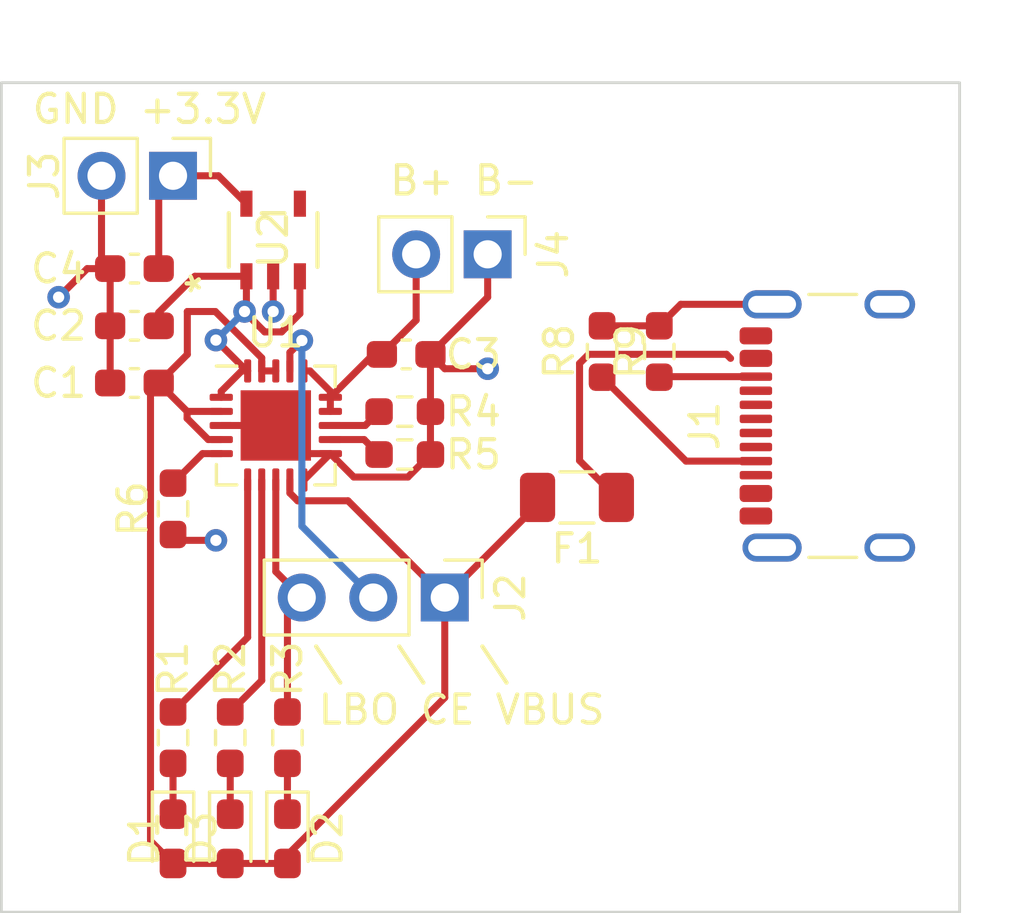
<source format=kicad_pcb>
(kicad_pcb (version 20221018) (generator pcbnew)
  (layers (0 "F.Cu" signal) (31 "B.Cu" signal) (34 "B.Paste" user) (35 "F.Paste" user) (36 "B.SilkS" user "B.Silkscreen") (37 "F.SilkS" user "F.Silkscreen") (38 "B.Mask" user) (39 "F.Mask" user) (44 "Edge.Cuts" user))
  (net 0 "")
  (net 1 "GND")
  (net 2 "/USB")
  (net 3 "Net-(U2-VIN)")
  (net 4 "/Load")
  (net 5 "Net-(D1-K)")
  (net 6 "Net-(D2-K)")
  (net 7 "Net-(D3-K)")
  (net 8 "/VBUS")
  (net 9 "Net-(J1-CC1)")
  (net 13 "Net-(J1-CC2)")
  (net 17 "/CE")
  (net 18 "/~{LBO}")
  (net 19 "Net-(U1-~{PG})")
  (net 20 "Net-(U1-STAT2)")
  (net 21 "Net-(U1-PROG1)")
  (net 22 "Net-(U1-PROG3)")
  (net 23 "Net-(U1-THERM)")
  (net 25 "Net-(J4-Pin_2)")
  (footprint "Resistor_SMD:R_0603_1608Metric_Pad0.98x0.95mm_HandSolder" (layer "F.Cu") (at 141.224 98.4485 -90)
    (fp_text reference "R3" (at -2.4365 0 90) (layer "F.SilkS"))
    (fp_text value "470")
    (fp_line (start -0.254724 -0.5225) (end 0.254724 -0.5225) (stroke (width 0.12)) (layer "F.SilkS"))
    (fp_line (start -0.254724 0.5225) (end 0.254724 0.5225) (stroke (width 0.12)) (layer "F.SilkS"))
    (pad "1" smd roundrect (at -0.9125 0 270) (size 0.975 0.95) (layers "F.Cu" "F.Paste" "F.Mask") (net 18 "/~{LBO}"))
    (pad "2" smd roundrect (at 0.9125 0 270) (size 0.975 0.95) (layers "F.Cu" "F.Paste" "F.Mask") (net 6 "Net-(D2-K)"))
  )
  (footprint "Resistor_SMD:R_0603_1608Metric_Pad0.98x0.95mm_HandSolder" (layer "F.Cu") (at 152.4 84.7325 -90)
    (fp_text reference "R9" (at 0 -1.016 90) (layer "F.SilkS"))
    (fp_text value "5.1K")
    (fp_line (start -0.254724 -0.5225) (end 0.254724 -0.5225) (stroke (width 0.12)) (layer "F.SilkS"))
    (fp_line (start -0.254724 0.5225) (end 0.254724 0.5225) (stroke (width 0.12)) (layer "F.SilkS"))
    (pad "1" smd roundrect (at -0.9125 0 270) (size 0.975 0.95) (layers "F.Cu" "F.Paste" "F.Mask") (net 1 "GND"))
    (pad "2" smd roundrect (at 0.9125 0 270) (size 0.975 0.95) (layers "F.Cu" "F.Paste" "F.Mask") (net 9 "Net-(J1-CC1)"))
  )
  (footprint "LED_SMD:LED_0603_1608Metric_Pad1.05x0.95mm_HandSolder" (layer "F.Cu") (at 139.192 102.042 -90)
    (fp_text reference "D3" (at 0 1.016 90) (layer "F.SilkS"))
    (fp_text value "LED")
    (fp_line (start -1.66 -0.735) (end -1.66 0.735) (stroke (width 0.12)) (layer "F.SilkS"))
    (fp_line (start -1.66 0.735) (end 0.8 0.735) (stroke (width 0.12)) (layer "F.SilkS"))
    (fp_line (start 0.8 -0.735) (end -1.66 -0.735) (stroke (width 0.12)) (layer "F.SilkS"))
    (pad "1" smd roundrect (at -0.875 0 270) (size 1.05 0.95) (layers "F.Cu" "F.Paste" "F.Mask") (net 7 "Net-(D3-K)"))
    (pad "2" smd roundrect (at 0.875 0 270) (size 1.05 0.95) (layers "F.Cu" "F.Paste" "F.Mask") (net 8 "/VBUS"))
  )
  (footprint "Resistor_SMD:R_0603_1608Metric_Pad0.98x0.95mm_HandSolder" (layer "F.Cu") (at 145.3915 88.392 180)
    (fp_text reference "R5" (at -2.4365 0) (layer "F.SilkS"))
    (fp_text value "8k")
    (fp_line (start -0.254724 -0.5225) (end 0.254724 -0.5225) (stroke (width 0.12)) (layer "F.SilkS"))
    (fp_line (start -0.254724 0.5225) (end 0.254724 0.5225) (stroke (width 0.12)) (layer "F.SilkS"))
    (pad "1" smd roundrect (at -0.9125 0 180) (size 0.975 0.95) (layers "F.Cu" "F.Paste" "F.Mask") (net 1 "GND"))
    (pad "2" smd roundrect (at 0.9125 0 180) (size 0.975 0.95) (layers "F.Cu" "F.Paste" "F.Mask") (net 22 "Net-(U1-PROG3)"))
  )
  (footprint "Resistor_SMD:R_0603_1608Metric_Pad0.98x0.95mm_HandSolder" (layer "F.Cu") (at 139.192 98.4485 -90)
    (fp_text reference "R2" (at -2.4365 0 90) (layer "F.SilkS"))
    (fp_text value "470")
    (fp_line (start -0.254724 -0.5225) (end 0.254724 -0.5225) (stroke (width 0.12)) (layer "F.SilkS"))
    (fp_line (start -0.254724 0.5225) (end 0.254724 0.5225) (stroke (width 0.12)) (layer "F.SilkS"))
    (pad "1" smd roundrect (at -0.9125 0 270) (size 0.975 0.95) (layers "F.Cu" "F.Paste" "F.Mask") (net 20 "Net-(U1-STAT2)"))
    (pad "2" smd roundrect (at 0.9125 0 270) (size 0.975 0.95) (layers "F.Cu" "F.Paste" "F.Mask") (net 7 "Net-(D3-K)"))
  )
  (footprint "Resistor_SMD:R_0603_1608Metric_Pad0.98x0.95mm_HandSolder" (layer "F.Cu") (at 154.432 84.7325 90)
    (fp_text reference "R8" (at 0 -3.556 90) (layer "F.SilkS"))
    (fp_text value "5.1K")
    (fp_line (start -0.254724 -0.5225) (end 0.254724 -0.5225) (stroke (width 0.12)) (layer "F.SilkS"))
    (fp_line (start -0.254724 0.5225) (end 0.254724 0.5225) (stroke (width 0.12)) (layer "F.SilkS"))
    (pad "1" smd roundrect (at -0.9125 0 90) (size 0.975 0.95) (layers "F.Cu" "F.Paste" "F.Mask") (net 13 "Net-(J1-CC2)"))
    (pad "2" smd roundrect (at 0.9125 0 90) (size 0.975 0.95) (layers "F.Cu" "F.Paste" "F.Mask") (net 1 "GND"))
  )
  (footprint "Capacitor_SMD:C_0603_1608Metric_Pad1.08x0.95mm_HandSolder" (layer "F.Cu") (at 135.7895 85.852 180)
    (fp_text reference "C1" (at 2.6935 0) (layer "F.SilkS"))
    (fp_text value "10uF")
    (fp_line (start -0.146267 -0.51) (end 0.146267 -0.51) (stroke (width 0.12)) (layer "F.SilkS"))
    (fp_line (start -0.146267 0.51) (end 0.146267 0.51) (stroke (width 0.12)) (layer "F.SilkS"))
    (pad "1" smd roundrect (at -0.8625 0 180) (size 1.075 0.95) (layers "F.Cu" "F.Paste" "F.Mask") (net 8 "/VBUS"))
    (pad "2" smd roundrect (at 0.8625 0 180) (size 1.075 0.95) (layers "F.Cu" "F.Paste" "F.Mask") (net 1 "GND"))
  )
  (footprint "Capacitor_SMD:C_0603_1608Metric_Pad1.08x0.95mm_HandSolder" (layer "F.Cu") (at 135.7895 83.82 180)
    (fp_text reference "C2" (at 2.6935 0) (layer "F.SilkS"))
    (fp_text value "4.7uF")
    (fp_line (start -0.146267 -0.51) (end 0.146267 -0.51) (stroke (width 0.12)) (layer "F.SilkS"))
    (fp_line (start -0.146267 0.51) (end 0.146267 0.51) (stroke (width 0.12)) (layer "F.SilkS"))
    (pad "1" smd roundrect (at -0.8625 0 180) (size 1.075 0.95) (layers "F.Cu" "F.Paste" "F.Mask") (net 3 "Net-(U2-VIN)"))
    (pad "2" smd roundrect (at 0.8625 0 180) (size 1.075 0.95) (layers "F.Cu" "F.Paste" "F.Mask") (net 1 "GND"))
  )
  (footprint "Resistor_SMD:R_0603_1608Metric_Pad0.98x0.95mm_HandSolder" (layer "F.Cu") (at 137.16 98.4485 -90)
    (fp_text reference "R1" (at -2.4365 0 90) (layer "F.SilkS"))
    (fp_text value "470")
    (fp_line (start -0.254724 -0.5225) (end 0.254724 -0.5225) (stroke (width 0.12)) (layer "F.SilkS"))
    (fp_line (start -0.254724 0.5225) (end 0.254724 0.5225) (stroke (width 0.12)) (layer "F.SilkS"))
    (pad "1" smd roundrect (at -0.9125 0 270) (size 0.975 0.95) (layers "F.Cu" "F.Paste" "F.Mask") (net 19 "Net-(U1-~{PG})"))
    (pad "2" smd roundrect (at 0.9125 0 270) (size 0.975 0.95) (layers "F.Cu" "F.Paste" "F.Mask") (net 5 "Net-(D1-K)"))
  )
  (footprint "Capacitor_SMD:C_0603_1608Metric_Pad1.08x0.95mm_HandSolder" (layer "F.Cu") (at 145.4415 84.836)
    (fp_text reference "C3" (at 2.3865 0) (layer "F.SilkS"))
    (fp_text value "4.7uF")
    (fp_line (start -0.146267 -0.51) (end 0.146267 -0.51) (stroke (width 0.12)) (layer "F.SilkS"))
    (fp_line (start -0.146267 0.51) (end 0.146267 0.51) (stroke (width 0.12)) (layer "F.SilkS"))
    (pad "1" smd roundrect (at -0.8625 0) (size 1.075 0.95) (layers "F.Cu" "F.Paste" "F.Mask") (net 25 "Net-(J4-Pin_2)"))
    (pad "2" smd roundrect (at 0.8625 0) (size 1.075 0.95) (layers "F.Cu" "F.Paste" "F.Mask") (net 1 "GND"))
  )
  (footprint "Package_DFN_QFN:QFN-20-1EP_4x4mm_P0.5mm_EP2.5x2.5mm" (layer "F.Cu") (at 140.8105 87.36)
    (fp_text reference "U1" (at 0 -3.3) (layer "F.SilkS"))
    (fp_text value "MCP73871-1CC")
    (fp_line (start -2.11 2.11) (end -2.11 1.385) (stroke (width 0.12)) (layer "F.SilkS"))
    (fp_line (start -1.385 -2.11) (end -2.11 -2.11) (stroke (width 0.12)) (layer "F.SilkS"))
    (fp_line (start -1.385 2.11) (end -2.11 2.11) (stroke (width 0.12)) (layer "F.SilkS"))
    (fp_line (start 1.385 -2.11) (end 2.11 -2.11) (stroke (width 0.12)) (layer "F.SilkS"))
    (fp_line (start 1.385 2.11) (end 2.11 2.11) (stroke (width 0.12)) (layer "F.SilkS"))
    (fp_line (start 2.11 -2.11) (end 2.11 -1.385) (stroke (width 0.12)) (layer "F.SilkS"))
    (fp_line (start 2.11 2.11) (end 2.11 1.385) (stroke (width 0.12)) (layer "F.SilkS"))
    (pad "1" smd roundrect (at -1.9375 -1) (size 0.825 0.25) (layers "F.Cu" "F.Paste" "F.Mask") (net 3 "Net-(U2-VIN)"))
    (pad "2" smd roundrect (at -1.9375 -0.5) (size 0.825 0.25) (layers "F.Cu" "F.Paste" "F.Mask") (net 8 "/VBUS"))
    (pad "3" smd roundrect (at -1.9375 0) (size 0.825 0.25) (layers "F.Cu" "F.Paste" "F.Mask") (net 1 "GND"))
    (pad "4" smd roundrect (at -1.9375 0.5) (size 0.825 0.25) (layers "F.Cu" "F.Paste" "F.Mask") (net 8 "/VBUS"))
    (pad "5" smd roundrect (at -1.9375 1) (size 0.825 0.25) (layers "F.Cu" "F.Paste" "F.Mask") (net 23 "Net-(U1-THERM)"))
    (pad "6" smd roundrect (at -1 1.9375) (size 0.25 0.825) (layers "F.Cu" "F.Paste" "F.Mask") (net 19 "Net-(U1-~{PG})"))
    (pad "7" smd roundrect (at -0.5 1.9375) (size 0.25 0.825) (layers "F.Cu" "F.Paste" "F.Mask") (net 20 "Net-(U1-STAT2)"))
    (pad "8" smd roundrect (at 0 1.9375) (size 0.25 0.825) (layers "F.Cu" "F.Paste" "F.Mask") (net 18 "/~{LBO}"))
    (pad "9" smd roundrect (at 0.5 1.9375) (size 0.25 0.825) (layers "F.Cu" "F.Paste" "F.Mask") (net 8 "/VBUS"))
    (pad "10" smd roundrect (at 1 1.9375) (size 0.25 0.825) (layers "F.Cu" "F.Paste" "F.Mask") (net 1 "GND"))
    (pad "11" smd roundrect (at 1.9375 1) (size 0.825 0.25) (layers "F.Cu" "F.Paste" "F.Mask") (net 1 "GND"))
    (pad "12" smd roundrect (at 1.9375 0.5) (size 0.825 0.25) (layers "F.Cu" "F.Paste" "F.Mask") (net 22 "Net-(U1-PROG3)"))
    (pad "13" smd roundrect (at 1.9375 0) (size 0.825 0.25) (layers "F.Cu" "F.Paste" "F.Mask") (net 21 "Net-(U1-PROG1)"))
    (pad "14" smd roundrect (at 1.9375 -0.5) (size 0.825 0.25) (layers "F.Cu" "F.Paste" "F.Mask") (net 25 "Net-(J4-Pin_2)"))
    (pad "15" smd roundrect (at 1.9375 -1) (size 0.825 0.25) (layers "F.Cu" "F.Paste" "F.Mask") (net 25 "Net-(J4-Pin_2)"))
    (pad "16" smd roundrect (at 1 -1.9375) (size 0.25 0.825) (layers "F.Cu" "F.Paste" "F.Mask") (net 25 "Net-(J4-Pin_2)"))
    (pad "17" smd roundrect (at 0.5 -1.9375) (size 0.25 0.825) (layers "F.Cu" "F.Paste" "F.Mask") (net 17 "/CE"))
    (pad "18" smd roundrect (at 0 -1.9375) (size 0.25 0.825) (layers "F.Cu" "F.Paste" "F.Mask") (net 8 "/VBUS"))
    (pad "19" smd roundrect (at -0.5 -1.9375) (size 0.25 0.825) (layers "F.Cu" "F.Paste" "F.Mask") (net 8 "/VBUS"))
    (pad "20" smd roundrect (at -1 -1.9375) (size 0.25 0.825) (layers "F.Cu" "F.Paste" "F.Mask") (net 3 "Net-(U2-VIN)"))
    (pad "21" smd rect (at 0 0) (size 2.5 2.5) (layers "F.Cu" "F.Mask") (net 1 "GND"))
  )
  (footprint "LED_SMD:LED_0603_1608Metric_Pad1.05x0.95mm_HandSolder" (layer "F.Cu") (at 141.224 102.042 -90)
    (fp_text reference "D2" (at 0 -1.43 90) (layer "F.SilkS"))
    (fp_text value "LED")
    (fp_line (start -1.66 -0.735) (end -1.66 0.735) (stroke (width 0.12)) (layer "F.SilkS"))
    (fp_line (start -1.66 0.735) (end 0.8 0.735) (stroke (width 0.12)) (layer "F.SilkS"))
    (fp_line (start 0.8 -0.735) (end -1.66 -0.735) (stroke (width 0.12)) (layer "F.SilkS"))
    (pad "1" smd roundrect (at -0.875 0 270) (size 1.05 0.95) (layers "F.Cu" "F.Paste" "F.Mask") (net 6 "Net-(D2-K)"))
    (pad "2" smd roundrect (at 0.875 0 270) (size 1.05 0.95) (layers "F.Cu" "F.Paste" "F.Mask") (net 8 "/VBUS"))
  )
  (footprint "charging_board:SOT-25_TOR" (layer "F.Cu") (at 140.716 80.772 90)
    (fp_text reference "U2" (at 0 0 90 unlocked) (layer "F.SilkS"))
    (fp_text value "XC6210B332MR-G")
    (fp_text user "*" (at -1.54305 -2.5248 90) (layer "F.SilkS"))
    (fp_text user "*" (at -1.54305 -2.5248 90 unlocked) (layer "F.SilkS"))
    (fp_line (start -0.9525 1.5748) (end 0.9525 1.5748) (stroke (width 0.1524)) (layer "F.SilkS"))
    (fp_line (start 0.9525 -1.5748) (end -0.9525 -1.5748) (stroke (width 0.1524)) (layer "F.SilkS"))
    (fp_line (start 0.9525 0.401361) (end 0.9525 -0.401361) (stroke (width 0.1524)) (layer "F.SilkS"))
    (pad "1" smd rect (at -1.28905 -0.950001 90) (size 0.9271 0.4318) (layers "F.Cu" "F.Paste" "F.Mask") (net 3 "Net-(U2-VIN)"))
    (pad "2" smd rect (at -1.28905 0 90) (size 0.9271 0.4318) (layers "F.Cu" "F.Paste" "F.Mask") (net 1 "GND"))
    (pad "3" smd rect (at -1.28905 0.950001 90) (size 0.9271 0.4318) (layers "F.Cu" "F.Paste" "F.Mask") (net 18 "/~{LBO}"))
    (pad "4" smd rect (at 1.28905 0.950001 90) (size 0.9271 0.4318) (layers "F.Cu" "F.Paste" "F.Mask"))
    (pad "5" smd rect (at 1.28905 -0.950001 90) (size 0.9271 0.4318) (layers "F.Cu" "F.Paste" "F.Mask") (net 4 "/Load"))
  )
  (footprint "Connector_USB:USB_C_Receptacle_GCT_USB4105-xx-A_16P_TopMnt_Horizontal" (layer "F.Cu") (at 161.544 87.376 90)
    (fp_text reference "J1" (at 0 -5.5 90 unlocked) (layer "F.SilkS"))
    (fp_text value "USB4105-GF-A")
    (fp_line (start -4.67 -0.1) (end -4.67 -1.8) (stroke (width 0.12)) (layer "F.SilkS"))
    (fp_line (start 4.67 -0.1) (end 4.67 -1.8) (stroke (width 0.12)) (layer "F.SilkS"))
    (pad "" np_thru_hole circle (at -2.89 -2.605 90) (size 0.65 0.65) (drill 0.65) (layers "F&B.Cu" "*.Mask"))
    (pad "" np_thru_hole circle (at 2.89 -2.605 90) (size 0.65 0.65) (drill 0.65) (layers "F&B.Cu" "*.Mask"))
    (pad "A1" smd roundrect (at -3.2 -3.68 90) (size 0.6 1.15) (layers "F.Cu" "F.Paste" "F.Mask"))
    (pad "A4" smd roundrect (at -2.4 -3.68 90) (size 0.6 1.15) (layers "F.Cu" "F.Paste" "F.Mask"))
    (pad "A5" smd roundrect (at -1.25 -3.68 90) (size 0.3 1.15) (layers "F.Cu" "F.Paste" "F.Mask") (net 9 "Net-(J1-CC1)"))
    (pad "A6" smd roundrect (at -0.25 -3.68 90) (size 0.3 1.15) (layers "F.Cu" "F.Paste" "F.Mask"))
    (pad "A7" smd roundrect (at 0.25 -3.68 90) (size 0.3 1.15) (layers "F.Cu" "F.Paste" "F.Mask"))
    (pad "A8" smd roundrect (at 1.25 -3.68 90) (size 0.3 1.15) (layers "F.Cu" "F.Paste" "F.Mask"))
    (pad "A9" smd roundrect (at 2.4 -3.68 90) (size 0.6 1.15) (layers "F.Cu" "F.Paste" "F.Mask"))
    (pad "A12" smd roundrect (at 3.2 -3.68 90) (size 0.6 1.15) (layers "F.Cu" "F.Paste" "F.Mask"))
    (pad "B1" smd roundrect (at 3.2 -3.68 90) (size 0.6 1.15) (layers "F.Cu" "F.Paste" "F.Mask"))
    (pad "B4" smd roundrect (at 2.4 -3.68 90) (size 0.6 1.15) (layers "F.Cu" "F.Paste" "F.Mask") (net 2 "/USB"))
    (pad "B5" smd roundrect (at 1.75 -3.68 90) (size 0.3 1.15) (layers "F.Cu" "F.Paste" "F.Mask") (net 13 "Net-(J1-CC2)"))
    (pad "B6" smd roundrect (at 0.75 -3.68 90) (size 0.3 1.15) (layers "F.Cu" "F.Paste" "F.Mask"))
    (pad "B7" smd roundrect (at -0.75 -3.68 90) (size 0.3 1.15) (layers "F.Cu" "F.Paste" "F.Mask"))
    (pad "B8" smd roundrect (at -1.75 -3.68 90) (size 0.3 1.15) (layers "F.Cu" "F.Paste" "F.Mask"))
    (pad "B9" smd roundrect (at -2.4 -3.68 90) (size 0.6 1.15) (layers "F.Cu" "F.Paste" "F.Mask"))
    (pad "B12" smd roundrect (at -3.2 -3.68 90) (size 0.6 1.15) (layers "F.Cu" "F.Paste" "F.Mask"))
    (pad "S1" thru_hole oval (at -4.32 -3.105 90) (size 1 2.1) (drill oval 0.6 1.7) (layers "*.Cu" "*.Mask" "F.Paste"))
    (pad "S1" thru_hole oval (at -4.32 1.075 90) (size 1 1.8) (drill oval 0.6 1.4) (layers "*.Cu" "*.Mask" "F.Paste"))
    (pad "S1" thru_hole oval (at 4.32 -3.105 90) (size 1 2.1) (drill oval 0.6 1.7) (layers "*.Cu" "*.Mask" "F.Paste"))
    (pad "S1" thru_hole oval (at 4.32 1.075 90) (size 1 1.8) (drill oval 0.6 1.4) (layers "*.Cu" "*.Mask" "F.Paste"))
  )
  (footprint "Connector_PinHeader_2.54mm:PinHeader_1x02_P2.54mm_Vertical" (layer "F.Cu") (at 148.336 81.28 -90)
    (fp_text reference "J4" (at 0 -2.33 90) (layer "F.SilkS"))
    (fp_text value "Battery_connector")
    (fp_line (start -1.33 -1.33) (end 0 -1.33) (stroke (width 0.12)) (layer "F.SilkS"))
    (fp_line (start -1.33 0) (end -1.33 -1.33) (stroke (width 0.12)) (layer "F.SilkS"))
    (fp_line (start -1.33 1.27) (end -1.33 3.87) (stroke (width 0.12)) (layer "F.SilkS"))
    (fp_line (start -1.33 1.27) (end 1.33 1.27) (stroke (width 0.12)) (layer "F.SilkS"))
    (fp_line (start -1.33 3.87) (end 1.33 3.87) (stroke (width 0.12)) (layer "F.SilkS"))
    (fp_line (start 1.33 1.27) (end 1.33 3.87) (stroke (width 0.12)) (layer "F.SilkS"))
    (pad "1" thru_hole rect (at 0 0 270) (size 1.7 1.7) (drill 1) (layers "*.Cu" "*.Mask") (net 1 "GND"))
    (pad "2" thru_hole oval (at 0 2.54 270) (size 1.7 1.7) (drill 1) (layers "*.Cu" "*.Mask") (net 25 "Net-(J4-Pin_2)"))
  )
  (footprint "Capacitor_SMD:C_0603_1608Metric_Pad1.08x0.95mm_HandSolder" (layer "F.Cu") (at 135.7895 81.788 180)
    (fp_text reference "C4" (at 2.6935 0) (layer "F.SilkS"))
    (fp_text value "4.7uF")
    (fp_line (start -0.146267 -0.51) (end 0.146267 -0.51) (stroke (width 0.12)) (layer "F.SilkS"))
    (fp_line (start -0.146267 0.51) (end 0.146267 0.51) (stroke (width 0.12)) (layer "F.SilkS"))
    (pad "1" smd roundrect (at -0.8625 0 180) (size 1.075 0.95) (layers "F.Cu" "F.Paste" "F.Mask") (net 4 "/Load"))
    (pad "2" smd roundrect (at 0.8625 0 180) (size 1.075 0.95) (layers "F.Cu" "F.Paste" "F.Mask") (net 1 "GND"))
  )
  (footprint "Fuse:Fuse_1206_3216Metric" (layer "F.Cu") (at 151.508 89.916 180)
    (fp_text reference "F1" (at 0 -1.82) (layer "F.SilkS"))
    (fp_text value "1A")
    (fp_line (start -0.602064 -0.91) (end 0.602064 -0.91) (stroke (width 0.12)) (layer "F.SilkS"))
    (fp_line (start -0.602064 0.91) (end 0.602064 0.91) (stroke (width 0.12)) (layer "F.SilkS"))
    (pad "1" smd roundrect (at -1.4 0 180) (size 1.25 1.75) (layers "F.Cu" "F.Paste" "F.Mask") (roundrect_rratio 0.2) (net 2 "/USB"))
    (pad "2" smd roundrect (at 1.4 0 180) (size 1.25 1.75) (layers "F.Cu" "F.Paste" "F.Mask") (roundrect_rratio 0.2) (net 8 "/VBUS"))
  )
  (footprint "Resistor_SMD:R_0603_1608Metric_Pad0.98x0.95mm_HandSolder" (layer "F.Cu") (at 137.16 90.3205 90)
    (fp_text reference "R6" (at 0 -1.43 90) (layer "F.SilkS"))
    (fp_text value "10k")
    (fp_line (start -0.254724 -0.5225) (end 0.254724 -0.5225) (stroke (width 0.12)) (layer "F.SilkS"))
    (fp_line (start -0.254724 0.5225) (end 0.254724 0.5225) (stroke (width 0.12)) (layer "F.SilkS"))
    (pad "1" smd roundrect (at -0.9125 0 90) (size 0.975 0.95) (layers "F.Cu" "F.Paste" "F.Mask") (net 1 "GND"))
    (pad "2" smd roundrect (at 0.9125 0 90) (size 0.975 0.95) (layers "F.Cu" "F.Paste" "F.Mask") (net 23 "Net-(U1-THERM)"))
  )
  (footprint "Resistor_SMD:R_0603_1608Metric_Pad0.98x0.95mm_HandSolder" (layer "F.Cu") (at 145.3915 86.868)
    (fp_text reference "R4" (at 2.4365 0) (layer "F.SilkS"))
    (fp_text value "2k")
    (fp_line (start -0.254724 -0.5225) (end 0.254724 -0.5225) (stroke (width 0.12)) (layer "F.SilkS"))
    (fp_line (start -0.254724 0.5225) (end 0.254724 0.5225) (stroke (width 0.12)) (layer "F.SilkS"))
    (pad "1" smd roundrect (at -0.9125 0) (size 0.975 0.95) (layers "F.Cu" "F.Paste" "F.Mask") (net 21 "Net-(U1-PROG1)"))
    (pad "2" smd roundrect (at 0.9125 0) (size 0.975 0.95) (layers "F.Cu" "F.Paste" "F.Mask") (net 1 "GND"))
  )
  (footprint "Connector_PinHeader_2.54mm:PinHeader_1x03_P2.54mm_Vertical" (layer "F.Cu") (at 146.812 93.472 -90)
    (fp_text reference "J2" (at 0 -2.33 90) (layer "F.SilkS"))
    (fp_text value "Jumper")
    (fp_line (start -1.33 -1.33) (end 0 -1.33) (stroke (width 0.12)) (layer "F.SilkS"))
    (fp_line (start -1.33 0) (end -1.33 -1.33) (stroke (width 0.12)) (layer "F.SilkS"))
    (fp_line (start -1.33 1.27) (end -1.33 6.41) (stroke (width 0.12)) (layer "F.SilkS"))
    (fp_line (start -1.33 1.27) (end 1.33 1.27) (stroke (width 0.12)) (layer "F.SilkS"))
    (fp_line (start -1.33 6.41) (end 1.33 6.41) (stroke (width 0.12)) (layer "F.SilkS"))
    (fp_line (start 1.33 1.27) (end 1.33 6.41) (stroke (width 0.12)) (layer "F.SilkS"))
    (pad "1" thru_hole rect (at 0 0 270) (size 1.7 1.7) (drill 1) (layers "*.Cu" "*.Mask") (net 8 "/VBUS"))
    (pad "2" thru_hole oval (at 0 2.54 270) (size 1.7 1.7) (drill 1) (layers "*.Cu" "*.Mask") (net 17 "/CE"))
    (pad "3" thru_hole oval (at 0 5.08 270) (size 1.7 1.7) (drill 1) (layers "*.Cu" "*.Mask") (net 18 "/~{LBO}"))
  )
  (footprint "LED_SMD:LED_0603_1608Metric_Pad1.05x0.95mm_HandSolder" (layer "F.Cu") (at 137.16 102.042 -90)
    (fp_text reference "D1" (at 0 1.016 90) (layer "F.SilkS"))
    (fp_text value "LED")
    (fp_line (start -1.66 -0.735) (end -1.66 0.735) (stroke (width 0.12)) (layer "F.SilkS"))
    (fp_line (start -1.66 0.735) (end 0.8 0.735) (stroke (width 0.12)) (layer "F.SilkS"))
    (fp_line (start 0.8 -0.735) (end -1.66 -0.735) (stroke (width 0.12)) (layer "F.SilkS"))
    (pad "1" smd roundrect (at -0.875 0 270) (size 1.05 0.95) (layers "F.Cu" "F.Paste" "F.Mask") (net 5 "Net-(D1-K)"))
    (pad "2" smd roundrect (at 0.875 0 270) (size 1.05 0.95) (layers "F.Cu" "F.Paste" "F.Mask") (net 8 "/VBUS"))
  )
  (footprint "Connector_PinHeader_2.54mm:PinHeader_1x02_P2.54mm_Vertical" (layer "F.Cu") (at 137.16 78.491 -90)
    (fp_text reference "J3" (at 0 4.572 90) (layer "F.SilkS"))
    (fp_text value "Conn_01x02_Pin")
    (fp_line (start -1.33 -1.33) (end 0 -1.33) (stroke (width 0.12)) (layer "F.SilkS"))
    (fp_line (start -1.33 0) (end -1.33 -1.33) (stroke (width 0.12)) (layer "F.SilkS"))
    (fp_line (start -1.33 1.27) (end -1.33 3.87) (stroke (width 0.12)) (layer "F.SilkS"))
    (fp_line (start -1.33 1.27) (end 1.33 1.27) (stroke (width 0.12)) (layer "F.SilkS"))
    (fp_line (start -1.33 3.87) (end 1.33 3.87) (stroke (width 0.12)) (layer "F.SilkS"))
    (fp_line (start 1.33 1.27) (end 1.33 3.87) (stroke (width 0.12)) (layer "F.SilkS"))
    (pad "1" thru_hole rect (at 0 0 270) (size 1.7 1.7) (drill 1) (layers "*.Cu" "*.Mask") (net 4 "/Load"))
    (pad "2" thru_hole oval (at 0 2.54 270) (size 1.7 1.7) (drill 1) (layers "*.Cu" "*.Mask") (net 1 "GND"))
  )
  (gr_rect (start 131.064 75.184) (end 165.1 104.648) (stroke (width 0.1)) (fill none) (layer "Edge.Cuts"))
  (gr_text "\\   \\   \\\nLBO CE VBUS" (at 142.24 98.044) (layer "F.SilkS") (effects (font (size 1 1)) (justify left bottom)))
  (gr_text "B+ B-" (at 144.78 79.248) (layer "F.SilkS") (effects (font (size 1 1)) (justify left bottom)))
  (gr_text "GND +3.3V" (at 132.08 76.708) (layer "F.SilkS") (effects (font (size 1 1)) (justify left bottom)))
  (segment (start 148.336 85.344) (end 146.812 85.344) (width 0.25) (layer "F.Cu") (net 1))
  (segment (start 138.873 87.36) (end 140.8105 87.36) (width 0.25) (layer "F.Cu") (net 1))
  (segment (start 142.748 88.36) (end 141.8105 89.2975) (width 0.25) (layer "F.Cu") (net 1))
  (segment (start 134.927 81.788) (end 134.112 81.788) (width 0.25) (layer "F.Cu") (net 1))
  (segment (start 148.336 82.804) (end 146.304 84.836) (width 0.25) (layer "F.Cu") (net 1))
  (segment (start 137.367 91.44) (end 137.16 91.233) (width 0.25) (layer "F.Cu") (net 1))
  (segment (start 152.4 83.82) (end 154.432 83.82) (width 0.25) (layer "F.Cu") (net 1))
  (segment (start 146.812 85.344) (end 146.304 84.836) (width 0.25) (layer "F.Cu") (net 1))
  (segment (start 145.504 89.192) (end 143.58 89.192) (width 0.25) (layer "F.Cu") (net 1))
  (segment (start 140.716 83.312) (end 140.716 82.06105) (width 0.25) (layer "F.Cu") (net 1))
  (segment (start 146.304 84.836) (end 146.304 86.868) (width 0.25) (layer "F.Cu") (net 1))
  (segment (start 134.62 81.481) (end 134.927 81.788) (width 0.25) (layer "F.Cu") (net 1))
  (segment (start 154.432 83.82) (end 155.196 83.056) (width 0.25) (layer "F.Cu") (net 1))
  (segment (start 142.748 88.36) (end 141.8105 88.36) (width 0.25) (layer "F.Cu") (net 1))
  (segment (start 134.927 83.82) (end 134.927 85.852) (width 0.25) (layer "F.Cu") (net 1))
  (segment (start 141.8105 88.36) (end 140.8105 87.36) (width 0.25) (layer "F.Cu") (net 1))
  (segment (start 148.336 81.28) (end 148.336 82.804) (width 0.25) (layer "F.Cu") (net 1))
  (segment (start 155.196 83.056) (end 157.423 83.056) (width 0.25) (layer "F.Cu") (net 1))
  (segment (start 146.304 88.392) (end 145.504 89.192) (width 0.25) (layer "F.Cu") (net 1))
  (segment (start 134.112 81.788) (end 133.096 82.804) (width 0.25) (layer "F.Cu") (net 1))
  (segment (start 134.927 81.788) (end 134.927 83.82) (width 0.25) (layer "F.Cu") (net 1))
  (segment (start 143.58 89.192) (end 142.748 88.36) (width 0.25) (layer "F.Cu") (net 1))
  (segment (start 138.684 91.44) (end 137.367 91.44) (width 0.25) (layer "F.Cu") (net 1))
  (segment (start 146.304 86.868) (end 146.304 88.392) (width 0.25) (layer "F.Cu") (net 1))
  (segment (start 134.62 78.491) (end 134.62 81.481) (width 0.25) (layer "F.Cu") (net 1))
  (via (at 140.716 83.312) (size 0.8) (drill 0.4) (layers "F.Cu" "B.Cu") (net 1))
  (via (at 133.096 82.804) (size 0.8) (drill 0.4) (layers "F.Cu" "B.Cu") (net 1))
  (via (at 148.336 85.344) (size 0.8) (drill 0.4) (layers "F.Cu" "B.Cu") (net 1))
  (via (at 138.684 91.44) (size 0.8) (drill 0.4) (layers "F.Cu" "B.Cu") (net 1))
  (segment (start 151.922924 84.8325) (end 156.8205 84.8325) (width 0.25) (layer "F.Cu") (net 2))
  (segment (start 151.6 88.608) (end 151.6 85.155424) (width 0.25) (layer "F.Cu") (net 2))
  (segment (start 152.908 89.916) (end 151.6 88.608) (width 0.25) (layer "F.Cu") (net 2))
  (segment (start 151.6 85.155424) (end 151.922924 84.8325) (width 0.25) (layer "F.Cu") (net 2))
  (segment (start 156.8205 84.8325) (end 156.964 84.976) (width 0.25) (layer "F.Cu") (net 2))
  (segment (start 136.652 81.788) (end 136.652 78.999) (width 0.25) (layer "F.Cu") (net 4))
  (segment (start 138.774049 78.491) (end 139.765999 79.48295) (width 0.25) (layer "F.Cu") (net 4))
  (segment (start 137.16 78.491) (end 138.774049 78.491) (width 0.25) (layer "F.Cu") (net 4))
  (segment (start 136.652 78.999) (end 137.16 78.491) (width 0.25) (layer "F.Cu") (net 4))
  (segment (start 137.16 101.167) (end 137.16 99.361) (width 0.25) (layer "F.Cu") (net 5))
  (segment (start 141.224 101.167) (end 141.224 99.361) (width 0.25) (layer "F.Cu") (net 6))
  (segment (start 139.192 101.167) (end 139.192 99.361) (width 0.25) (layer "F.Cu") (net 7))
  (segment (start 140.3105 84.96026) (end 140.3105 85.4225) (width 0.25) (layer "F.Cu") (net 8))
  (segment (start 138.41076 87.86) (end 137.66 87.10924) (width 0.25) (layer "F.Cu") (net 8))
  (segment (start 146.812 97.028) (end 146.812 93.472) (width 0.25) (layer "F.Cu") (net 8))
  (segment (start 141.58576 90.035) (end 141.3105 89.75974) (width 0.25) (layer "F.Cu") (net 8))
  (segment (start 150.108 90.176) (end 146.812 93.472) (width 0.25) (layer "F.Cu") (net 8))
  (segment (start 140.8105 85.4225) (end 140.3105 85.4225) (width 0.25) (layer "F.Cu") (net 8))
  (segment (start 138.66224 83.312) (end 140.3105 84.96026) (width 0.25) (layer "F.Cu") (net 8))
  (segment (start 141.224 102.616) (end 146.812 97.028) (width 0.25) (layer "F.Cu") (net 8))
  (segment (start 141.224 102.917) (end 141.224 102.616) (width 0.25) (layer "F.Cu") (net 8))
  (segment (start 136.36 102.117) (end 136.36 86.144) (width 0.25) (layer "F.Cu") (net 8))
  (segment (start 138.873 87.86) (end 138.41076 87.86) (width 0.25) (layer "F.Cu") (net 8))
  (segment (start 139.192 102.917) (end 141.224 102.917) (width 0.25) (layer "F.Cu") (net 8))
  (segment (start 137.66 86.86) (end 136.652 85.852) (width 0.25) (layer "F.Cu") (net 8))
  (segment (start 143.375 90.035) (end 141.58576 90.035) (width 0.25) (layer "F.Cu") (net 8))
  (segment (start 137.16 102.917) (end 136.36 102.117) (width 0.25) (layer "F.Cu") (net 8))
  (segment (start 137.668 83.312) (end 138.66224 83.312) (width 0.25) (layer "F.Cu") (net 8))
  (segment (start 136.36 86.144) (end 136.652 85.852) (width 0.25) (layer "F.Cu") (net 8))
  (segment (start 150.108 89.916) (end 150.108 90.176) (width 0.25) (layer "F.Cu") (net 8))
  (segment (start 136.652 85.852) (end 137.668 84.836) (width 0.25) (layer "F.Cu") (net 8))
  (segment (start 137.66 87.10924) (end 137.66 86.86) (width 0.25) (layer "F.Cu") (net 8))
  (segment (start 137.16 102.917) (end 139.192 102.917) (width 0.25) (layer "F.Cu") (net 8))
  (segment (start 141.3105 89.75974) (end 141.3105 89.2975) (width 0.25) (layer "F.Cu") (net 8))
  (segment (start 137.668 84.836) (end 137.668 83.312) (width 0.25) (layer "F.Cu") (net 8))
  (segment (start 138.873 86.86) (end 137.66 86.86) (width 0.25) (layer "F.Cu") (net 8))
  (segment (start 146.812 93.472) (end 143.375 90.035) (width 0.25) (layer "F.Cu") (net 8))
  (segment (start 157.864 88.626) (end 155.381 88.626) (width 0.25) (layer "F.Cu") (net 9))
  (segment (start 155.381 88.626) (end 152.4 85.645) (width 0.25) (layer "F.Cu") (net 9))
  (segment (start 157.864 85.626) (end 154.451 85.626) (width 0.25) (layer "F.Cu") (net 13))
  (segment (start 154.451 85.626) (end 154.432 85.645) (width 0.25) (layer "F.Cu") (net 13))
  (segment (start 141.3105 84.76811) (end 141.3105 85.4225) (width 0.25) (layer "F.Cu") (net 17))
  (segment (start 141.736652 84.341958) (end 141.3105 84.76811) (width 0.25) (layer "F.Cu") (net 17))
  (via (at 141.736652 84.341958) (size 0.8) (drill 0.4) (layers "F.Cu" "B.Cu") (net 17))
  (segment (start 144.272 93.472) (end 141.736652 90.936652) (width 0.25) (layer "B.Cu") (net 17))
  (segment (start 141.736652 90.936652) (end 141.736652 84.341958) (width 0.25) (layer "B.Cu") (net 17))
  (segment (start 140.415695 84.037) (end 139.765999 83.387304) (width 0.25) (layer "F.Cu") (net 18))
  (segment (start 139.7 83.312) (end 139.765999 83.246001) (width 0.25) (layer "F.Cu") (net 18))
  (segment (start 139.765999 83.377999) (end 139.7 83.312) (width 0.25) (layer "F.Cu") (net 18))
  (segment (start 141.666001 82.06105) (end 141.666001 83.387304) (width 0.25) (layer "F.Cu") (net 18))
  (segment (start 136.652 83.82) (end 136.652 83.345) (width 0.25) (layer "F.Cu") (net 18))
  (segment (start 139.8105 85.4225) (end 139.7785 85.4225) (width 0.25) (layer "F.Cu") (net 18))
  (segment (start 139.7785 85.4225) (end 138.684 84.328) (width 0.25) (layer "F.Cu") (net 18))
  (segment (start 141.732 93.472) (end 140.8105 92.5505) (width 0.25) (layer "F.Cu") (net 18))
  (segment (start 141.016305 84.037) (end 140.415695 84.037) (width 0.25) (layer "F.Cu") (net 18))
  (segment (start 141.666001 83.387304) (end 141.016305 84.037) (width 0.25) (layer "F.Cu") (net 18))
  (segment (start 136.652 83.345) (end 137.93595 82.06105) (width 0.25) (layer "F.Cu") (net 18))
  (segment (start 141.224 93.98) (end 141.732 93.472) (width 0.25) (layer "F.Cu") (net 18))
  (segment (start 138.873 86.1475) (end 138.873 86.36) (width 0.25) (layer "F.Cu") (net 18))
  (segment (start 139.765999 83.387304) (end 139.765999 83.377999) (width 0.25) (layer "F.Cu") (net 18))
  (segment (start 141.224 97.536) (end 141.224 93.98) (width 0.25) (layer "F.Cu") (net 18))
  (segment (start 140.8105 92.5505) (end 140.8105 89.2975) (width 0.25) (layer "F.Cu") (net 18))
  (segment (start 137.93595 82.06105) (end 139.765999 82.06105) (width 0.25) (layer "F.Cu") (net 18))
  (segment (start 139.8105 85.4225) (end 139.598 85.4225) (width 0.25) (layer "F.Cu") (net 18))
  (segment (start 139.765999 83.246001) (end 139.765999 82.06105) (width 0.25) (layer "F.Cu") (net 18))
  (segment (start 139.598 85.4225) (end 138.873 86.1475) (width 0.25) (layer "F.Cu") (net 18))
  (via (at 138.684 84.328) (size 0.8) (drill 0.4) (layers "F.Cu" "B.Cu") (net 18))
  (via (at 139.7 83.312) (size 0.8) (drill 0.4) (layers "F.Cu" "B.Cu") (net 18))
  (segment (start 138.684 84.328) (end 139.7 83.312) (width 0.25) (layer "B.Cu") (net 18))
  (segment (start 139.8105 94.8855) (end 139.8105 89.2975) (width 0.25) (layer "F.Cu") (net 19))
  (segment (start 137.16 97.536) (end 139.8105 94.8855) (width 0.25) (layer "F.Cu") (net 19))
  (segment (start 140.3105 96.4175) (end 140.3105 89.2975) (width 0.25) (layer "F.Cu") (net 20))
  (segment (start 139.192 97.536) (end 140.3105 96.4175) (width 0.25) (layer "F.Cu") (net 20))
  (segment (start 144.479 86.868) (end 143.987 87.36) (width 0.25) (layer "F.Cu") (net 21))
  (segment (start 143.987 87.36) (end 142.748 87.36) (width 0.25) (layer "F.Cu") (net 21))
  (segment (start 144.479 88.392) (end 143.947 87.86) (width 0.25) (layer "F.Cu") (net 22))
  (segment (start 143.947 87.86) (end 142.748 87.86) (width 0.25) (layer "F.Cu") (net 22))
  (segment (start 138.873 88.36) (end 138.208 88.36) (width 0.25) (layer "F.Cu") (net 23))
  (segment (start 138.208 88.36) (end 137.16 89.408) (width 0.25) (layer "F.Cu") (net 23))
  (segment (start 142.023 85.4225) (end 141.8105 85.4225) (width 0.25) (layer "F.Cu") (net 25))
  (segment (start 142.748 86.36) (end 142.748 86.1475) (width 0.25) (layer "F.Cu") (net 25))
  (segment (start 142.748 86.1475) (end 142.023 85.4225) (width 0.25) (layer "F.Cu") (net 25))
  (segment (start 145.796 81.28) (end 145.796 83.619) (width 0.25) (layer "F.Cu") (net 25))
  (segment (start 144.579 84.836) (end 144.272 84.836) (width 0.25) (layer "F.Cu") (net 25))
  (segment (start 144.272 84.836) (end 142.748 86.36) (width 0.25) (layer "F.Cu") (net 25))
  (segment (start 145.796 83.619) (end 144.579 84.836) (width 0.25) (layer "F.Cu") (net 25))
  (segment (start 142.748 86.36) (end 142.748 86.86) (width 0.25) (layer "F.Cu") (net 25))
)
</source>
